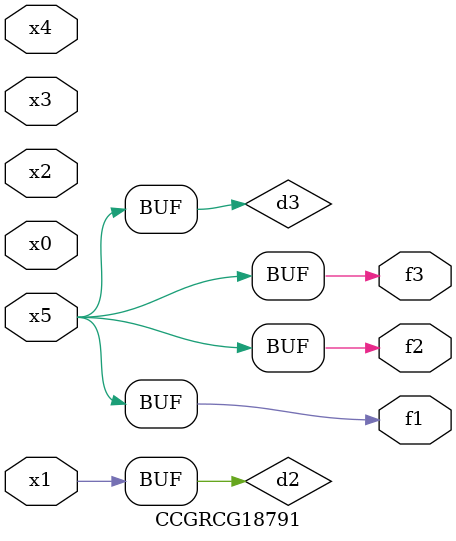
<source format=v>
module CCGRCG18791(
	input x0, x1, x2, x3, x4, x5,
	output f1, f2, f3
);

	wire d1, d2, d3;

	not (d1, x5);
	or (d2, x1);
	xnor (d3, d1);
	assign f1 = d3;
	assign f2 = d3;
	assign f3 = d3;
endmodule

</source>
